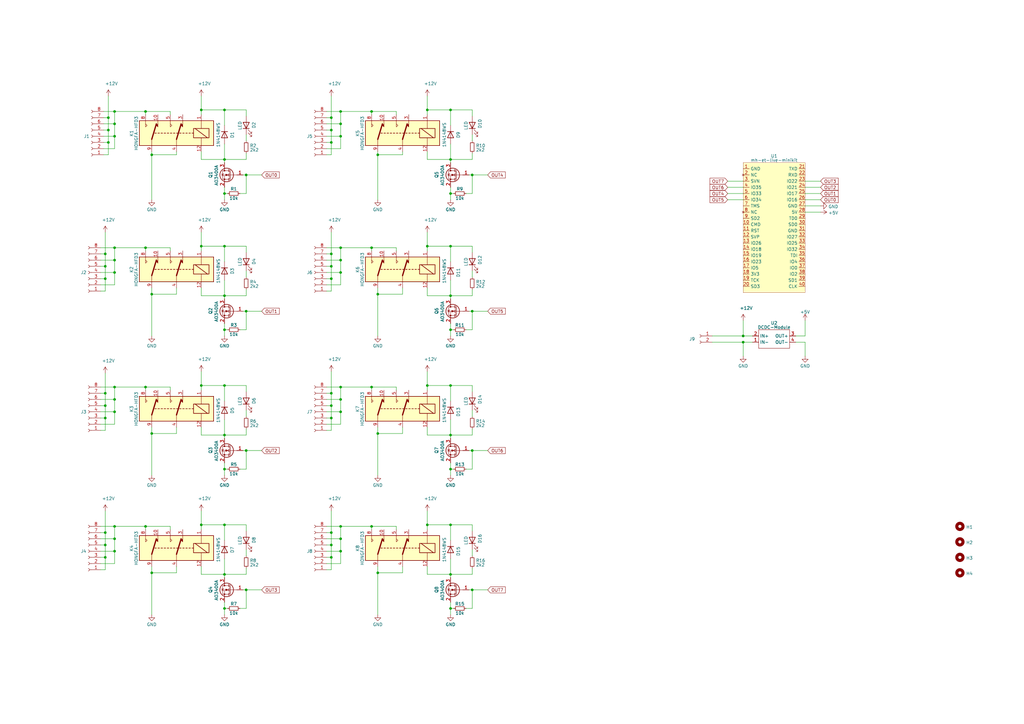
<source format=kicad_sch>
(kicad_sch (version 20220126) (generator eeschema)
  (paper "A3")
  (lib_symbols
    (symbol "Connector:Conn_01x02_Female" (pin_names (offset 1.016) hide)
      (property "Reference" "J" (at 0 2.54 0))
      (property "Value" "Conn_01x02_Female" (at 0 -5.08 0))
      (symbol "Conn_01x02_Female_1_1"
        (pin passive line (at -5.08 0 0) (length 3.81) (name "Pin_1") (number "1"))
        (pin passive line (at -5.08 -2.54 0) (length 3.81) (name "Pin_2") (number "2"))
      )
    )
    (symbol "Connector:Conn_01x08_Female" (pin_names (offset 1.016) hide)
      (property "Reference" "J" (at 0 10.16 0))
      (property "Value" "Conn_01x08_Female" (at 0 -12.7 0))
      (symbol "Conn_01x08_Female_1_1"
        (pin passive line (at -5.08 7.62 0) (length 3.81) (name "Pin_1") (number "1"))
        (pin passive line (at -5.08 5.08 0) (length 3.81) (name "Pin_2") (number "2"))
        (pin passive line (at -5.08 2.54 0) (length 3.81) (name "Pin_3") (number "3"))
        (pin passive line (at -5.08 0 0) (length 3.81) (name "Pin_4") (number "4"))
        (pin passive line (at -5.08 -2.54 0) (length 3.81) (name "Pin_5") (number "5"))
        (pin passive line (at -5.08 -5.08 0) (length 3.81) (name "Pin_6") (number "6"))
        (pin passive line (at -5.08 -7.62 0) (length 3.81) (name "Pin_7") (number "7"))
        (pin passive line (at -5.08 -10.16 0) (length 3.81) (name "Pin_8") (number "8"))
      )
    )
    (symbol "Device:LED" (pin_numbers hide) (pin_names (offset 1.016) hide)
      (property "Reference" "D" (at 0 2.54 0))
      (property "Value" "LED" (at 0 -2.54 0))
      (symbol "LED_1_1"
        (pin passive line (at -3.81 0 0) (length 2.54) (name "K") (number "1"))
        (pin passive line (at 3.81 0 180) (length 2.54) (name "A") (number "2"))
      )
    )
    (symbol "Device:R_Small" (pin_numbers hide) (pin_names (offset 0.254) hide)
      (property "Reference" "R" (at 0.762 0.508 0))
      (property "Value" "R_Small" (at 0.762 -1.016 0))
      (symbol "R_Small_1_1"
        (pin passive line (at 0 2.54 270) (length 0.762) (name "~") (number "1"))
        (pin passive line (at 0 -2.54 90) (length 0.762) (name "~") (number "2"))
      )
    )
    (symbol "Diode:1N4148WS" (pin_numbers hide) (pin_names (offset 1.016) hide)
      (property "Reference" "D" (at 0 2.54 0))
      (property "Value" "1N4148WS" (at 0 -2.54 0))
      (symbol "1N4148WS_1_1"
        (pin passive line (at -3.81 0 0) (length 2.54) (name "K") (number "1"))
        (pin passive line (at 3.81 0 180) (length 2.54) (name "A") (number "2"))
      )
    )
    (symbol "Mechanical:MountingHole" (pin_names (offset 1.016))
      (property "Reference" "H" (at 0 5.08 0))
      (property "Value" "MountingHole" (at 0 3.175 0))
    )
    (symbol "Transistor_FET:AO3400A" (pin_names hide)
      (property "Reference" "Q" (at 5.08 1.905 0))
      (property "Value" "AO3400A" (at 5.08 0 0))
      (symbol "AO3400A_1_1"
        (pin input line (at -5.08 0 0) (length 2.54) (name "G") (number "1"))
        (pin passive line (at 2.54 -5.08 90) (length 2.54) (name "S") (number "2"))
        (pin passive line (at 2.54 5.08 270) (length 2.54) (name "D") (number "3"))
      )
    )
    (symbol "bouni:DCDC-Module"
      (property "Reference" "U" (at 0 5.08 0))
      (property "Value" "DCDC-Module" (at 0 -5.08 0))
      (symbol "DCDC-Module_1_1"
        (pin power_in line (at -8.89 1.27 0) (length 2.54) (name "IN-") (number "1"))
        (pin power_in line (at -8.89 -1.27 0) (length 2.54) (name "IN+") (number "2"))
        (pin power_out line (at 8.89 -1.27 180) (length 2.54) (name "OUT+") (number "3"))
        (pin power_out line (at 8.89 1.27 180) (length 2.54) (name "OUT-") (number "4"))
      )
    )
    (symbol "bouni:HONGFA-HFD3"
      (property "Reference" "K" (at 19.05 0 90))
      (property "Value" "HONGFA-HFD3" (at 16.51 0 90))
      (symbol "HONGFA-HFD3_1_1"
        (pin passive line (at -10.16 7.62 270) (length 2.54) (name "~") (number "1"))
        (pin passive line (at 7.62 7.62 270) (length 2.54) (name "~") (number "10"))
        (pin passive line (at -10.16 -7.62 90) (length 2.54) (name "~") (number "12"))
        (pin passive line (at -2.54 7.62 270) (length 2.54) (name "~") (number "3"))
        (pin passive line (at 0 -7.62 90) (length 2.54) (name "~") (number "4"))
        (pin passive line (at 2.54 7.62 270) (length 2.54) (name "~") (number "5"))
        (pin passive line (at 12.7 7.62 270) (length 2.54) (name "~") (number "8"))
        (pin passive line (at 10.16 -7.62 90) (length 2.54) (name "~") (number "9"))
      )
    )
    (symbol "mh-et-live-minikit:mh-et-live-minikit"
      (property "Reference" "U" (at 0 27.94 0))
      (property "Value" "mh-et-live-minikit" (at 0 0 90))
      (symbol "mh-et-live-minikit_0_0"
        (pin passive line (at -12.7 24.13 0) (length 2.54) (name "GND") (number "1"))
        (pin bidirectional line (at -12.7 1.27 0) (length 2.54) (name "CMD") (number "10"))
        (pin input line (at -12.7 -1.27 0) (length 2.54) (name "RST") (number "11"))
        (pin bidirectional line (at -12.7 -3.81 0) (length 2.54) (name "SVP") (number "12"))
        (pin bidirectional line (at -12.7 -6.35 0) (length 2.54) (name "IO26") (number "13"))
        (pin bidirectional line (at -12.7 -8.89 0) (length 2.54) (name "IO18") (number "14"))
        (pin bidirectional line (at -12.7 -11.43 0) (length 2.54) (name "IO19") (number "15"))
        (pin bidirectional line (at -12.7 -13.97 0) (length 2.54) (name "IO23") (number "16"))
        (pin bidirectional line (at -12.7 -16.51 0) (length 2.54) (name "IO5") (number "17"))
        (pin power_out line (at -12.7 -19.05 0) (length 2.54) (name "3V3") (number "18"))
        (pin bidirectional line (at -12.7 -21.59 0) (length 2.54) (name "TCK") (number "19"))
        (pin no_connect line (at -12.7 21.59 0) (length 2.54) (name "NC") (number "2"))
        (pin bidirectional line (at -12.7 -24.13 0) (length 2.54) (name "SD3") (number "20"))
        (pin bidirectional line (at 12.7 24.13 180) (length 2.54) (name "TXD") (number "21"))
        (pin bidirectional line (at 12.7 21.59 180) (length 2.54) (name "RXD") (number "22"))
        (pin bidirectional line (at 12.7 19.05 180) (length 2.54) (name "IO22") (number "23"))
        (pin bidirectional line (at 12.7 16.51 180) (length 2.54) (name "IO21") (number "24"))
        (pin bidirectional line (at 12.7 13.97 180) (length 2.54) (name "IO17") (number "25"))
        (pin bidirectional line (at 12.7 11.43 180) (length 2.54) (name "IO16") (number "26"))
        (pin passive line (at 12.7 8.89 180) (length 2.54) (name "GND") (number "27"))
        (pin power_in line (at 12.7 6.35 180) (length 2.54) (name "5V") (number "28"))
        (pin bidirectional line (at 12.7 3.81 180) (length 2.54) (name "TD0") (number "29"))
        (pin bidirectional line (at -12.7 19.05 0) (length 2.54) (name "SVN") (number "3"))
        (pin bidirectional line (at 12.7 1.27 180) (length 2.54) (name "SD0") (number "30"))
        (pin passive line (at 12.7 -1.27 180) (length 2.54) (name "GND") (number "31"))
        (pin bidirectional line (at 12.7 -3.81 180) (length 2.54) (name "IO27") (number "32"))
        (pin bidirectional line (at 12.7 -6.35 180) (length 2.54) (name "IO25") (number "33"))
        (pin bidirectional line (at 12.7 -8.89 180) (length 2.54) (name "IO32") (number "34"))
        (pin bidirectional line (at 12.7 -11.43 180) (length 2.54) (name "TDI") (number "35"))
        (pin bidirectional line (at 12.7 -13.97 180) (length 2.54) (name "IO4") (number "36"))
        (pin bidirectional line (at 12.7 -16.51 180) (length 2.54) (name "IO0") (number "37"))
        (pin bidirectional line (at 12.7 -19.05 180) (length 2.54) (name "IO2") (number "38"))
        (pin bidirectional line (at 12.7 -21.59 180) (length 2.54) (name "SD1") (number "39"))
        (pin bidirectional line (at -12.7 16.51 0) (length 2.54) (name "IO35") (number "4"))
        (pin bidirectional line (at 12.7 -24.13 180) (length 2.54) (name "CLK") (number "40"))
        (pin bidirectional line (at -12.7 13.97 0) (length 2.54) (name "IO33") (number "5"))
        (pin bidirectional line (at -12.7 11.43 0) (length 2.54) (name "IO34") (number "6"))
        (pin bidirectional line (at -12.7 8.89 0) (length 2.54) (name "TMS") (number "7"))
        (pin no_connect line (at -12.7 6.35 0) (length 2.54) (name "NC") (number "8"))
        (pin bidirectional line (at -12.7 3.81 0) (length 2.54) (name "SD2") (number "9"))
      )
    )
    (symbol "power:+12V" (power) (pin_names (offset 0))
      (property "Value" "+12V" (at 0 3.556 0))
      (symbol "+12V_1_1"
        (pin power_in line (at 0 0 90) (length 0) hide (name "+12V") (number "1"))
      )
    )
    (symbol "power:+5V" (power) (pin_names (offset 0))
      (property "Value" "+5V" (at 0 3.556 0))
      (symbol "+5V_1_1"
        (pin power_in line (at 0 0 90) (length 0) hide (name "+5V") (number "1"))
      )
    )
    (symbol "power:GND" (power) (pin_names (offset 0))
      (property "Value" "GND" (at 0 -3.81 0))
      (symbol "GND_1_1"
        (pin power_in line (at 0 0 270) (length 0) hide (name "GND") (number "1"))
      )
    )
  )
  (junction (at 193.675 184.785))
  (junction (at 135.89 228.6) (diameter 0.9144))
  (junction (at 193.675 241.935))
  (junction (at 62.23 63.5))
  (junction (at 62.23 120.65))
  (junction (at 184.785 249.555))
  (junction (at 82.55 158.115))
  (junction (at 44.45 53.34) (diameter 0.9144))
  (junction (at 184.785 79.375))
  (junction (at 154.94 63.5))
  (junction (at 135.89 223.52) (diameter 0.9144))
  (junction (at 46.99 215.9))
  (junction (at 100.965 127.635))
  (junction (at 92.075 135.255))
  (junction (at 59.69 215.9))
  (junction (at 46.99 101.6))
  (junction (at 82.55 45.085))
  (junction (at 175.26 158.115))
  (junction (at 43.18 114.3) (diameter 0.9144))
  (junction (at 100.965 71.755))
  (junction (at 43.18 223.52) (diameter 0.9144))
  (junction (at 139.7 226.06))
  (junction (at 92.075 100.965))
  (junction (at 139.7 215.9))
  (junction (at 43.18 218.44))
  (junction (at 184.785 65.405))
  (junction (at 175.26 100.965))
  (junction (at 135.89 218.44))
  (junction (at 175.26 45.085))
  (junction (at 184.785 215.265))
  (junction (at 43.18 228.6) (diameter 0.9144))
  (junction (at 152.4 215.9))
  (junction (at 46.99 163.83))
  (junction (at 184.785 100.965))
  (junction (at 139.7 163.83))
  (junction (at 46.99 106.68))
  (junction (at 46.99 168.91))
  (junction (at 135.89 58.42) (diameter 0.9144))
  (junction (at 46.99 55.88))
  (junction (at 100.965 184.785))
  (junction (at 46.99 45.72))
  (junction (at 154.94 234.95))
  (junction (at 135.89 114.3) (diameter 0.9144))
  (junction (at 43.18 171.45) (diameter 0.9144))
  (junction (at 46.99 158.75))
  (junction (at 44.45 58.42) (diameter 0.9144))
  (junction (at 304.8 137.795))
  (junction (at 152.4 158.75))
  (junction (at 43.18 161.29))
  (junction (at 193.675 127.635))
  (junction (at 152.4 45.72))
  (junction (at 152.4 101.6))
  (junction (at 139.7 158.75))
  (junction (at 184.785 235.585))
  (junction (at 92.075 65.405))
  (junction (at 100.965 241.935))
  (junction (at 184.785 192.405))
  (junction (at 43.18 166.37) (diameter 0.9144))
  (junction (at 92.075 235.585))
  (junction (at 82.55 100.965))
  (junction (at 139.7 106.68))
  (junction (at 46.99 226.06))
  (junction (at 82.55 215.265))
  (junction (at 304.8 140.335))
  (junction (at 135.89 161.29))
  (junction (at 46.99 50.8))
  (junction (at 184.785 135.255))
  (junction (at 175.26 215.265))
  (junction (at 154.94 120.65))
  (junction (at 139.7 101.6))
  (junction (at 184.785 45.085))
  (junction (at 135.89 53.34) (diameter 0.9144))
  (junction (at 43.18 104.14))
  (junction (at 92.075 178.435))
  (junction (at 43.18 109.22) (diameter 0.9144))
  (junction (at 135.89 48.26))
  (junction (at 92.075 192.405))
  (junction (at 46.99 111.76))
  (junction (at 139.7 45.72))
  (junction (at 92.075 158.115))
  (junction (at 92.075 79.375))
  (junction (at 92.075 215.265))
  (junction (at 193.675 71.755))
  (junction (at 154.94 177.8))
  (junction (at 184.785 121.285))
  (junction (at 135.89 109.22) (diameter 0.9144))
  (junction (at 135.89 104.14))
  (junction (at 59.69 158.75))
  (junction (at 59.69 45.72))
  (junction (at 135.89 171.45) (diameter 0.9144))
  (junction (at 139.7 50.8))
  (junction (at 139.7 220.98))
  (junction (at 59.69 101.6))
  (junction (at 135.89 166.37) (diameter 0.9144))
  (junction (at 92.075 249.555))
  (junction (at 62.23 177.8))
  (junction (at 92.075 45.085))
  (junction (at 92.075 121.285))
  (junction (at 139.7 55.88))
  (junction (at 46.99 220.98))
  (junction (at 184.785 158.115))
  (junction (at 44.45 48.26) (diameter 0.9144))
  (junction (at 139.7 168.91))
  (junction (at 62.23 234.95))
  (junction (at 184.785 178.435))
  (junction (at 139.7 111.76))
  (wire (pts (xy 175.26 232.41) (xy 175.26 235.585)))
  (wire (pts (xy 41.275 101.6) (xy 46.99 101.6)))
  (wire (pts (xy 154.94 234.95) (xy 154.94 252.095)))
  (wire (pts (xy 92.075 189.865) (xy 92.075 192.405)))
  (wire (pts (xy 82.55 235.585) (xy 92.075 235.585)))
  (wire (pts (xy 82.55 95.25) (xy 82.55 100.965)))
  (wire (pts (xy 92.075 135.255) (xy 93.345 135.255)))
  (wire (pts (xy 152.4 45.72) (xy 152.4 46.99)))
  (wire (pts (xy 100.965 184.785) (xy 100.965 192.405)))
  (wire (pts (xy 298.45 81.915) (xy 304.8 81.915)))
  (wire (pts (xy 330.2 74.295) (xy 336.55 74.295)))
  (wire (pts (xy 100.965 249.555) (xy 98.425 249.555)))
  (wire (pts (xy 135.89 223.52) (xy 133.985 223.52)))
  (wire (pts (xy 92.075 51.435) (xy 92.075 45.085)))
  (wire (pts (xy 82.55 232.41) (xy 82.55 235.585)))
  (wire (pts (xy 192.405 71.755) (xy 193.675 71.755)))
  (wire (pts (xy 100.965 62.865) (xy 100.965 65.405)))
  (wire (pts (xy 46.99 158.75) (xy 59.69 158.75)))
  (wire (pts (xy 43.18 166.37) (xy 41.275 166.37)))
  (wire (pts (xy 192.405 184.785) (xy 193.675 184.785)))
  (wire (pts (xy 100.965 79.375) (xy 98.425 79.375)))
  (wire (pts (xy 43.18 171.45) (xy 43.18 166.37)))
  (wire (pts (xy 82.55 45.085) (xy 82.55 46.99)))
  (wire (pts (xy 92.075 45.085) (xy 82.55 45.085)))
  (wire (pts (xy 82.55 121.285) (xy 92.075 121.285)))
  (wire (pts (xy 139.7 226.06) (xy 139.7 231.14)))
  (wire (pts (xy 133.985 116.84) (xy 139.7 116.84)))
  (wire (pts (xy 46.99 163.83) (xy 46.99 168.91)))
  (wire (pts (xy 133.985 226.06) (xy 139.7 226.06)))
  (wire (pts (xy 100.965 184.785) (xy 107.315 184.785)))
  (wire (pts (xy 193.675 45.085) (xy 184.785 45.085)))
  (wire (pts (xy 184.785 100.965) (xy 175.26 100.965)))
  (wire (pts (xy 62.23 63.5) (xy 72.39 63.5)))
  (wire (pts (xy 175.26 121.285) (xy 184.785 121.285)))
  (wire (pts (xy 184.785 247.015) (xy 184.785 249.555)))
  (wire (pts (xy 44.45 53.34) (xy 44.45 48.26)))
  (wire (pts (xy 175.26 65.405) (xy 184.785 65.405)))
  (wire (pts (xy 184.785 229.235) (xy 184.785 235.585)))
  (wire (pts (xy 184.785 221.615) (xy 184.785 215.265)))
  (wire (pts (xy 46.99 101.6) (xy 46.99 106.68)))
  (wire (pts (xy 135.89 223.52) (xy 135.89 218.44)))
  (wire (pts (xy 92.075 215.265) (xy 82.55 215.265)))
  (wire (pts (xy 192.405 241.935) (xy 193.675 241.935)))
  (wire (pts (xy 154.94 120.65) (xy 165.1 120.65)))
  (wire (pts (xy 193.675 47.625) (xy 193.675 45.085)))
  (wire (pts (xy 162.56 215.9) (xy 162.56 217.17)))
  (wire (pts (xy 139.7 50.8) (xy 139.7 55.88)))
  (wire (pts (xy 41.275 231.14) (xy 46.99 231.14)))
  (wire (pts (xy 139.7 215.9) (xy 139.7 220.98)))
  (wire (pts (xy 193.675 127.635) (xy 200.025 127.635)))
  (wire (pts (xy 100.965 192.405) (xy 98.425 192.405)))
  (wire (pts (xy 59.69 215.9) (xy 59.69 217.17)))
  (wire (pts (xy 165.1 234.95) (xy 165.1 232.41)))
  (wire (pts (xy 135.89 53.34) (xy 133.985 53.34)))
  (wire (pts (xy 59.69 101.6) (xy 59.69 102.87)))
  (wire (pts (xy 184.785 107.315) (xy 184.785 100.965)))
  (wire (pts (xy 135.89 161.29) (xy 133.985 161.29)))
  (wire (pts (xy 100.965 217.805) (xy 100.965 215.265)))
  (wire (pts (xy 193.675 71.755) (xy 200.025 71.755)))
  (wire (pts (xy 165.1 177.8) (xy 165.1 175.26)))
  (wire (pts (xy 59.69 101.6) (xy 69.85 101.6)))
  (wire (pts (xy 133.985 60.96) (xy 139.7 60.96)))
  (wire (pts (xy 100.965 47.625) (xy 100.965 45.085)))
  (wire (pts (xy 42.545 63.5) (xy 44.45 63.5)))
  (wire (pts (xy 43.18 95.25) (xy 43.18 104.14)))
  (wire (pts (xy 46.99 45.72) (xy 59.69 45.72)))
  (wire (pts (xy 184.785 215.265) (xy 175.26 215.265)))
  (wire (pts (xy 100.965 225.425) (xy 100.965 227.965)))
  (wire (pts (xy 135.89 58.42) (xy 133.985 58.42)))
  (wire (pts (xy 100.965 65.405) (xy 92.075 65.405)))
  (wire (pts (xy 152.4 158.75) (xy 162.56 158.75)))
  (wire (pts (xy 154.94 177.8) (xy 154.94 194.945)))
  (wire (pts (xy 92.075 137.795) (xy 92.075 135.255)))
  (wire (pts (xy 330.2 131.445) (xy 330.2 137.795)))
  (wire (pts (xy 41.275 111.76) (xy 46.99 111.76)))
  (wire (pts (xy 135.89 228.6) (xy 133.985 228.6)))
  (wire (pts (xy 72.39 175.26) (xy 72.39 177.8)))
  (wire (pts (xy 92.075 121.285) (xy 92.075 122.555)))
  (wire (pts (xy 154.94 118.11) (xy 154.94 120.65)))
  (wire (pts (xy 59.69 158.75) (xy 69.85 158.75)))
  (wire (pts (xy 92.075 252.095) (xy 92.075 249.555)))
  (wire (pts (xy 41.275 116.84) (xy 46.99 116.84)))
  (wire (pts (xy 43.18 161.29) (xy 41.275 161.29)))
  (wire (pts (xy 41.275 173.99) (xy 46.99 173.99)))
  (wire (pts (xy 44.45 39.37) (xy 44.45 48.26)))
  (wire (pts (xy 42.545 60.96) (xy 46.99 60.96)))
  (wire (pts (xy 308.61 137.795) (xy 304.8 137.795)))
  (wire (pts (xy 72.39 234.95) (xy 72.39 232.41)))
  (wire (pts (xy 133.985 176.53) (xy 135.89 176.53)))
  (wire (pts (xy 135.89 58.42) (xy 135.89 53.34)))
  (wire (pts (xy 43.18 176.53) (xy 43.18 171.45)))
  (wire (pts (xy 100.965 71.755) (xy 107.315 71.755)))
  (wire (pts (xy 175.26 95.25) (xy 175.26 100.965)))
  (wire (pts (xy 193.675 217.805) (xy 193.675 215.265)))
  (wire (pts (xy 59.69 158.75) (xy 59.69 160.02)))
  (wire (pts (xy 92.075 192.405) (xy 93.345 192.405)))
  (wire (pts (xy 154.94 62.23) (xy 154.94 63.5)))
  (wire (pts (xy 62.23 177.8) (xy 62.23 194.945)))
  (wire (pts (xy 184.785 45.085) (xy 175.26 45.085)))
  (wire (pts (xy 330.2 76.835) (xy 336.55 76.835)))
  (wire (pts (xy 99.695 71.755) (xy 100.965 71.755)))
  (wire (pts (xy 41.275 215.9) (xy 46.99 215.9)))
  (wire (pts (xy 100.965 241.935) (xy 107.315 241.935)))
  (wire (pts (xy 46.99 101.6) (xy 59.69 101.6)))
  (wire (pts (xy 308.61 140.335) (xy 304.8 140.335)))
  (wire (pts (xy 41.275 220.98) (xy 46.99 220.98)))
  (wire (pts (xy 41.275 233.68) (xy 43.18 233.68)))
  (wire (pts (xy 133.985 220.98) (xy 139.7 220.98)))
  (wire (pts (xy 135.89 166.37) (xy 135.89 161.29)))
  (wire (pts (xy 193.675 175.895) (xy 193.675 178.435)))
  (wire (pts (xy 100.965 111.125) (xy 100.965 113.665)))
  (wire (pts (xy 100.965 121.285) (xy 92.075 121.285)))
  (wire (pts (xy 46.99 55.88) (xy 46.99 60.96)))
  (wire (pts (xy 135.89 53.34) (xy 135.89 48.26)))
  (wire (pts (xy 175.26 62.23) (xy 175.26 65.405)))
  (wire (pts (xy 82.55 209.55) (xy 82.55 215.265)))
  (wire (pts (xy 133.985 231.14) (xy 139.7 231.14)))
  (wire (pts (xy 135.89 114.3) (xy 135.89 109.22)))
  (wire (pts (xy 175.26 178.435) (xy 184.785 178.435)))
  (wire (pts (xy 92.075 79.375) (xy 93.345 79.375)))
  (wire (pts (xy 175.26 158.115) (xy 175.26 160.02)))
  (wire (pts (xy 92.075 164.465) (xy 92.075 158.115)))
  (wire (pts (xy 41.275 163.83) (xy 46.99 163.83)))
  (wire (pts (xy 100.965 135.255) (xy 98.425 135.255)))
  (wire (pts (xy 193.675 249.555) (xy 191.135 249.555)))
  (wire (pts (xy 193.675 118.745) (xy 193.675 121.285)))
  (wire (pts (xy 133.985 233.68) (xy 135.89 233.68)))
  (wire (pts (xy 135.89 166.37) (xy 133.985 166.37)))
  (wire (pts (xy 135.89 63.5) (xy 135.89 58.42)))
  (wire (pts (xy 133.985 106.68) (xy 139.7 106.68)))
  (wire (pts (xy 193.675 62.865) (xy 193.675 65.405)))
  (wire (pts (xy 135.89 119.38) (xy 135.89 114.3)))
  (wire (pts (xy 139.7 106.68) (xy 139.7 111.76)))
  (wire (pts (xy 92.075 249.555) (xy 93.345 249.555)))
  (wire (pts (xy 193.675 135.255) (xy 191.135 135.255)))
  (wire (pts (xy 46.99 226.06) (xy 46.99 231.14)))
  (wire (pts (xy 62.23 120.65) (xy 62.23 137.795)))
  (wire (pts (xy 92.075 114.935) (xy 92.075 121.285)))
  (wire (pts (xy 193.675 71.755) (xy 193.675 79.375)))
  (wire (pts (xy 184.785 252.095) (xy 184.785 249.555)))
  (wire (pts (xy 193.675 100.965) (xy 184.785 100.965)))
  (wire (pts (xy 135.89 39.37) (xy 135.89 48.26)))
  (wire (pts (xy 154.94 234.95) (xy 165.1 234.95)))
  (wire (pts (xy 193.675 55.245) (xy 193.675 57.785)))
  (wire (pts (xy 43.18 223.52) (xy 43.18 218.44)))
  (wire (pts (xy 100.965 175.895) (xy 100.965 178.435)))
  (wire (pts (xy 59.69 45.72) (xy 59.69 46.99)))
  (wire (pts (xy 135.89 171.45) (xy 133.985 171.45)))
  (wire (pts (xy 184.785 135.255) (xy 186.055 135.255)))
  (wire (pts (xy 43.18 209.55) (xy 43.18 218.44)))
  (wire (pts (xy 100.965 127.635) (xy 100.965 135.255)))
  (wire (pts (xy 184.785 132.715) (xy 184.785 135.255)))
  (wire (pts (xy 133.985 168.91) (xy 139.7 168.91)))
  (wire (pts (xy 133.985 215.9) (xy 139.7 215.9)))
  (wire (pts (xy 41.275 168.91) (xy 46.99 168.91)))
  (wire (pts (xy 184.785 59.055) (xy 184.785 65.405)))
  (wire (pts (xy 92.075 132.715) (xy 92.075 135.255)))
  (wire (pts (xy 184.785 121.285) (xy 184.785 122.555)))
  (wire (pts (xy 165.1 63.5) (xy 165.1 62.23)))
  (wire (pts (xy 133.985 101.6) (xy 139.7 101.6)))
  (wire (pts (xy 46.99 168.91) (xy 46.99 173.99)))
  (wire (pts (xy 44.45 63.5) (xy 44.45 58.42)))
  (wire (pts (xy 154.94 120.65) (xy 154.94 137.795)))
  (wire (pts (xy 42.545 45.72) (xy 46.99 45.72)))
  (wire (pts (xy 298.45 79.375) (xy 304.8 79.375)))
  (wire (pts (xy 135.89 209.55) (xy 135.89 218.44)))
  (wire (pts (xy 82.55 100.965) (xy 82.55 102.87)))
  (wire (pts (xy 162.56 101.6) (xy 162.56 102.87)))
  (wire (pts (xy 72.39 63.5) (xy 72.39 62.23)))
  (wire (pts (xy 100.965 160.655) (xy 100.965 158.115)))
  (wire (pts (xy 92.075 76.835) (xy 92.075 79.375)))
  (wire (pts (xy 41.275 226.06) (xy 46.99 226.06)))
  (wire (pts (xy 62.23 63.5) (xy 62.23 81.915)))
  (wire (pts (xy 62.23 177.8) (xy 72.39 177.8)))
  (wire (pts (xy 139.7 101.6) (xy 139.7 106.68)))
  (wire (pts (xy 92.075 107.315) (xy 92.075 100.965)))
  (wire (pts (xy 193.675 160.655) (xy 193.675 158.115)))
  (wire (pts (xy 62.23 232.41) (xy 62.23 234.95)))
  (wire (pts (xy 135.89 233.68) (xy 135.89 228.6)))
  (wire (pts (xy 135.89 95.25) (xy 135.89 104.14)))
  (wire (pts (xy 43.18 228.6) (xy 43.18 223.52)))
  (wire (pts (xy 41.275 106.68) (xy 46.99 106.68)))
  (wire (pts (xy 46.99 45.72) (xy 46.99 50.8)))
  (wire (pts (xy 41.275 176.53) (xy 43.18 176.53)))
  (wire (pts (xy 139.7 45.72) (xy 139.7 50.8)))
  (wire (pts (xy 304.8 140.335) (xy 304.8 146.05)))
  (wire (pts (xy 46.99 111.76) (xy 46.99 116.84)))
  (wire (pts (xy 165.1 120.65) (xy 165.1 118.11)))
  (wire (pts (xy 135.89 114.3) (xy 133.985 114.3)))
  (wire (pts (xy 193.675 127.635) (xy 193.675 135.255)))
  (wire (pts (xy 193.675 235.585) (xy 184.785 235.585)))
  (wire (pts (xy 59.69 215.9) (xy 69.85 215.9)))
  (wire (pts (xy 99.695 127.635) (xy 100.965 127.635)))
  (wire (pts (xy 42.545 55.88) (xy 46.99 55.88)))
  (wire (pts (xy 193.675 103.505) (xy 193.675 100.965)))
  (wire (pts (xy 62.23 118.11) (xy 62.23 120.65)))
  (wire (pts (xy 43.18 119.38) (xy 43.18 114.3)))
  (wire (pts (xy 326.39 137.795) (xy 330.2 137.795)))
  (wire (pts (xy 330.2 86.995) (xy 336.55 86.995)))
  (wire (pts (xy 193.675 241.935) (xy 200.025 241.935)))
  (wire (pts (xy 326.39 140.335) (xy 330.2 140.335)))
  (wire (pts (xy 62.23 62.23) (xy 62.23 63.5)))
  (wire (pts (xy 46.99 50.8) (xy 46.99 55.88)))
  (wire (pts (xy 46.99 215.9) (xy 46.99 220.98)))
  (wire (pts (xy 41.275 119.38) (xy 43.18 119.38)))
  (wire (pts (xy 43.18 114.3) (xy 43.18 109.22)))
  (wire (pts (xy 139.7 158.75) (xy 152.4 158.75)))
  (wire (pts (xy 175.26 39.37) (xy 175.26 45.085)))
  (wire (pts (xy 162.56 45.72) (xy 162.56 46.99)))
  (wire (pts (xy 62.23 175.26) (xy 62.23 177.8)))
  (wire (pts (xy 162.56 158.75) (xy 162.56 160.02)))
  (wire (pts (xy 62.23 234.95) (xy 62.23 252.095)))
  (wire (pts (xy 184.785 114.935) (xy 184.785 121.285)))
  (wire (pts (xy 43.18 114.3) (xy 41.275 114.3)))
  (wire (pts (xy 133.985 158.75) (xy 139.7 158.75)))
  (wire (pts (xy 192.405 127.635) (xy 193.675 127.635)))
  (wire (pts (xy 154.94 232.41) (xy 154.94 234.95)))
  (wire (pts (xy 135.89 228.6) (xy 135.89 223.52)))
  (wire (pts (xy 133.985 173.99) (xy 139.7 173.99)))
  (wire (pts (xy 175.26 118.11) (xy 175.26 121.285)))
  (wire (pts (xy 92.075 172.085) (xy 92.075 178.435)))
  (wire (pts (xy 330.2 140.335) (xy 330.2 146.05)))
  (wire (pts (xy 133.985 163.83) (xy 139.7 163.83)))
  (wire (pts (xy 152.4 101.6) (xy 162.56 101.6)))
  (wire (pts (xy 44.45 48.26) (xy 42.545 48.26)))
  (wire (pts (xy 154.94 175.26) (xy 154.94 177.8)))
  (wire (pts (xy 100.965 215.265) (xy 92.075 215.265)))
  (wire (pts (xy 92.075 81.915) (xy 92.075 79.375)))
  (wire (pts (xy 184.785 51.435) (xy 184.785 45.085)))
  (wire (pts (xy 330.2 79.375) (xy 336.55 79.375)))
  (wire (pts (xy 184.785 249.555) (xy 186.055 249.555)))
  (wire (pts (xy 82.55 152.4) (xy 82.55 158.115)))
  (wire (pts (xy 133.985 55.88) (xy 139.7 55.88)))
  (wire (pts (xy 82.55 62.23) (xy 82.55 65.405)))
  (wire (pts (xy 43.18 218.44) (xy 41.275 218.44)))
  (wire (pts (xy 46.99 158.75) (xy 46.99 163.83)))
  (wire (pts (xy 193.675 178.435) (xy 184.785 178.435)))
  (wire (pts (xy 82.55 215.265) (xy 82.55 217.17)))
  (wire (pts (xy 82.55 175.26) (xy 82.55 178.435)))
  (wire (pts (xy 330.2 84.455) (xy 336.55 84.455)))
  (wire (pts (xy 184.785 235.585) (xy 184.785 236.855)))
  (wire (pts (xy 175.26 235.585) (xy 184.785 235.585)))
  (wire (pts (xy 43.18 228.6) (xy 41.275 228.6)))
  (wire (pts (xy 135.89 171.45) (xy 135.89 166.37)))
  (wire (pts (xy 193.675 168.275) (xy 193.675 170.815)))
  (wire (pts (xy 292.1 140.335) (xy 304.8 140.335)))
  (wire (pts (xy 46.99 106.68) (xy 46.99 111.76)))
  (wire (pts (xy 193.675 225.425) (xy 193.675 227.965)))
  (wire (pts (xy 193.675 111.125) (xy 193.675 113.665)))
  (wire (pts (xy 193.675 184.785) (xy 200.025 184.785)))
  (wire (pts (xy 69.85 158.75) (xy 69.85 160.02)))
  (wire (pts (xy 175.26 45.085) (xy 175.26 46.99)))
  (wire (pts (xy 152.4 158.75) (xy 152.4 160.02)))
  (wire (pts (xy 62.23 234.95) (xy 72.39 234.95)))
  (wire (pts (xy 193.675 79.375) (xy 191.135 79.375)))
  (wire (pts (xy 139.7 173.99) (xy 139.7 168.91)))
  (wire (pts (xy 82.55 158.115) (xy 82.55 160.02)))
  (wire (pts (xy 43.18 223.52) (xy 41.275 223.52)))
  (wire (pts (xy 184.785 76.835) (xy 184.785 79.375)))
  (wire (pts (xy 100.965 118.745) (xy 100.965 121.285)))
  (wire (pts (xy 100.965 158.115) (xy 92.075 158.115)))
  (wire (pts (xy 135.89 218.44) (xy 133.985 218.44)))
  (wire (pts (xy 44.45 58.42) (xy 42.545 58.42)))
  (wire (pts (xy 135.89 176.53) (xy 135.89 171.45)))
  (wire (pts (xy 193.675 184.785) (xy 193.675 192.405)))
  (wire (pts (xy 100.965 178.435) (xy 92.075 178.435)))
  (wire (pts (xy 175.26 175.26) (xy 175.26 178.435)))
  (wire (pts (xy 175.26 209.55) (xy 175.26 215.265)))
  (wire (pts (xy 92.075 229.235) (xy 92.075 235.585)))
  (wire (pts (xy 184.785 79.375) (xy 186.055 79.375)))
  (wire (pts (xy 152.4 45.72) (xy 162.56 45.72)))
  (wire (pts (xy 193.675 192.405) (xy 191.135 192.405)))
  (wire (pts (xy 135.89 152.4) (xy 135.89 161.29)))
  (wire (pts (xy 69.85 45.72) (xy 69.85 46.99)))
  (wire (pts (xy 175.26 215.265) (xy 175.26 217.17)))
  (wire (pts (xy 139.7 45.72) (xy 152.4 45.72)))
  (wire (pts (xy 152.4 215.9) (xy 162.56 215.9)))
  (wire (pts (xy 139.7 111.76) (xy 139.7 116.84)))
  (wire (pts (xy 92.075 221.615) (xy 92.075 215.265)))
  (wire (pts (xy 100.965 127.635) (xy 107.315 127.635)))
  (wire (pts (xy 193.675 121.285) (xy 184.785 121.285)))
  (wire (pts (xy 139.7 55.88) (xy 139.7 60.96)))
  (wire (pts (xy 304.8 131.445) (xy 304.8 137.795)))
  (wire (pts (xy 100.965 55.245) (xy 100.965 57.785)))
  (wire (pts (xy 184.785 81.915) (xy 184.785 79.375)))
  (wire (pts (xy 184.785 178.435) (xy 184.785 179.705)))
  (wire (pts (xy 292.1 137.795) (xy 304.8 137.795)))
  (wire (pts (xy 184.785 137.795) (xy 184.785 135.255)))
  (wire (pts (xy 92.075 235.585) (xy 92.075 236.855)))
  (wire (pts (xy 43.18 104.14) (xy 41.275 104.14)))
  (wire (pts (xy 43.18 109.22) (xy 43.18 104.14)))
  (wire (pts (xy 193.675 233.045) (xy 193.675 235.585)))
  (wire (pts (xy 92.075 178.435) (xy 92.075 179.705)))
  (wire (pts (xy 82.55 178.435) (xy 92.075 178.435)))
  (wire (pts (xy 193.675 158.115) (xy 184.785 158.115)))
  (wire (pts (xy 72.39 120.65) (xy 72.39 118.11)))
  (wire (pts (xy 135.89 48.26) (xy 133.985 48.26)))
  (wire (pts (xy 139.7 168.91) (xy 139.7 163.83)))
  (wire (pts (xy 193.675 241.935) (xy 193.675 249.555)))
  (wire (pts (xy 152.4 215.9) (xy 152.4 217.17)))
  (wire (pts (xy 62.23 120.65) (xy 72.39 120.65)))
  (wire (pts (xy 184.785 65.405) (xy 184.785 66.675)))
  (wire (pts (xy 100.965 103.505) (xy 100.965 100.965)))
  (wire (pts (xy 69.85 215.9) (xy 69.85 217.17)))
  (wire (pts (xy 154.94 177.8) (xy 165.1 177.8)))
  (wire (pts (xy 135.89 104.14) (xy 133.985 104.14)))
  (wire (pts (xy 82.55 39.37) (xy 82.55 45.085)))
  (wire (pts (xy 100.965 233.045) (xy 100.965 235.585)))
  (wire (pts (xy 154.94 63.5) (xy 165.1 63.5)))
  (wire (pts (xy 330.2 81.915) (xy 336.55 81.915)))
  (wire (pts (xy 184.785 189.865) (xy 184.785 192.405)))
  (wire (pts (xy 92.075 65.405) (xy 92.075 66.675)))
  (wire (pts (xy 99.695 184.785) (xy 100.965 184.785)))
  (wire (pts (xy 133.985 119.38) (xy 135.89 119.38)))
  (wire (pts (xy 298.45 76.835) (xy 304.8 76.835)))
  (wire (pts (xy 92.075 194.945) (xy 92.075 192.405)))
  (wire (pts (xy 133.985 63.5) (xy 135.89 63.5)))
  (wire (pts (xy 100.965 235.585) (xy 92.075 235.585)))
  (wire (pts (xy 139.7 215.9) (xy 152.4 215.9)))
  (wire (pts (xy 92.075 59.055) (xy 92.075 65.405)))
  (wire (pts (xy 135.89 109.22) (xy 133.985 109.22)))
  (wire (pts (xy 139.7 101.6) (xy 152.4 101.6)))
  (wire (pts (xy 82.55 65.405) (xy 92.075 65.405)))
  (wire (pts (xy 184.785 158.115) (xy 175.26 158.115)))
  (wire (pts (xy 92.075 158.115) (xy 82.55 158.115)))
  (wire (pts (xy 298.45 74.295) (xy 304.8 74.295)))
  (wire (pts (xy 175.26 100.965) (xy 175.26 102.87)))
  (wire (pts (xy 69.85 101.6) (xy 69.85 102.87)))
  (wire (pts (xy 43.18 171.45) (xy 41.275 171.45)))
  (wire (pts (xy 133.985 111.76) (xy 139.7 111.76)))
  (wire (pts (xy 44.45 58.42) (xy 44.45 53.34)))
  (wire (pts (xy 42.545 50.8) (xy 46.99 50.8)))
  (wire (pts (xy 46.99 215.9) (xy 59.69 215.9)))
  (wire (pts (xy 82.55 118.11) (xy 82.55 121.285)))
  (wire (pts (xy 59.69 45.72) (xy 69.85 45.72)))
  (wire (pts (xy 184.785 192.405) (xy 186.055 192.405)))
  (wire (pts (xy 133.985 45.72) (xy 139.7 45.72)))
  (wire (pts (xy 43.18 109.22) (xy 41.275 109.22)))
  (wire (pts (xy 43.18 233.68) (xy 43.18 228.6)))
  (wire (pts (xy 184.785 164.465) (xy 184.785 158.115)))
  (wire (pts (xy 193.675 65.405) (xy 184.785 65.405)))
  (wire (pts (xy 44.45 53.34) (xy 42.545 53.34)))
  (wire (pts (xy 99.695 241.935) (xy 100.965 241.935)))
  (wire (pts (xy 184.785 194.945) (xy 184.785 192.405)))
  (wire (pts (xy 133.985 50.8) (xy 139.7 50.8)))
  (wire (pts (xy 152.4 101.6) (xy 152.4 102.87)))
  (wire (pts (xy 100.965 71.755) (xy 100.965 79.375)))
  (wire (pts (xy 100.965 241.935) (xy 100.965 249.555)))
  (wire (pts (xy 43.18 153.035) (xy 43.18 161.29)))
  (wire (pts (xy 43.18 161.29) (xy 43.18 166.37)))
  (wire (pts (xy 100.965 168.275) (xy 100.965 170.815)))
  (wire (pts (xy 92.075 100.965) (xy 82.55 100.965)))
  (wire (pts (xy 100.965 45.085) (xy 92.075 45.085)))
  (wire (pts (xy 154.94 63.5) (xy 154.94 81.915)))
  (wire (pts (xy 193.675 215.265) (xy 184.785 215.265)))
  (wire (pts (xy 41.275 158.75) (xy 46.99 158.75)))
  (wire (pts (xy 139.7 163.83) (xy 139.7 158.75)))
  (wire (pts (xy 139.7 220.98) (xy 139.7 226.06)))
  (wire (pts (xy 100.965 100.965) (xy 92.075 100.965)))
  (wire (pts (xy 135.89 109.22) (xy 135.89 104.14)))
  (wire (pts (xy 92.075 247.015) (xy 92.075 249.555)))
  (wire (pts (xy 184.785 172.085) (xy 184.785 178.435)))
  (wire (pts (xy 175.26 152.4) (xy 175.26 158.115)))
  (wire (pts (xy 46.99 220.98) (xy 46.99 226.06)))
  (global_label "OUT7" (shape input) (at 200.025 241.935 0) (property "Intersheet References" "${INTERSHEET_REFS}" (effects hide)))
  (global_label "OUT4" (shape input) (at 298.45 79.375 180) (property "Intersheet References" "${INTERSHEET_REFS}" (effects hide)))
  (global_label "OUT0" (shape input) (at 107.315 71.755 0) (property "Intersheet References" "${INTERSHEET_REFS}" (effects hide)))
  (global_label "OUT6" (shape input) (at 200.025 184.785 0) (property "Intersheet References" "${INTERSHEET_REFS}" (effects hide)))
  (global_label "OUT5" (shape input) (at 200.025 127.635 0) (property "Intersheet References" "${INTERSHEET_REFS}" (effects hide)))
  (global_label "OUT4" (shape input) (at 200.025 71.755 0) (property "Intersheet References" "${INTERSHEET_REFS}" (effects hide)))
  (global_label "OUT5" (shape input) (at 298.45 81.915 180) (property "Intersheet References" "${INTERSHEET_REFS}" (effects hide)))
  (global_label "OUT2" (shape input) (at 336.55 76.835 0) (property "Intersheet References" "${INTERSHEET_REFS}" (effects hide)))
  (global_label "OUT3" (shape input) (at 336.55 74.295 0) (property "Intersheet References" "${INTERSHEET_REFS}" (effects hide)))
  (global_label "OUT1" (shape input) (at 336.55 79.375 0) (property "Intersheet References" "${INTERSHEET_REFS}" (effects hide)))
  (global_label "OUT7" (shape input) (at 298.45 74.295 180) (property "Intersheet References" "${INTERSHEET_REFS}" (effects hide)))
  (global_label "OUT1" (shape input) (at 107.315 127.635 0) (property "Intersheet References" "${INTERSHEET_REFS}" (effects hide)))
  (global_label "OUT0" (shape input) (at 336.55 81.915 0) (property "Intersheet References" "${INTERSHEET_REFS}" (effects hide)))
  (global_label "OUT6" (shape input) (at 298.45 76.835 180) (property "Intersheet References" "${INTERSHEET_REFS}" (effects hide)))
  (global_label "OUT2" (shape input) (at 107.315 184.785 0) (property "Intersheet References" "${INTERSHEET_REFS}" (effects hide)))
  (global_label "OUT3" (shape input) (at 107.315 241.935 0) (property "Intersheet References" "${INTERSHEET_REFS}" (effects hide)))
  (symbol (lib_id "Connector:Conn_01x08_Female") (at 37.465 55.88 180) (unit 1)
    (property "Reference" "J1" (at 35.56 55.88 0))
    (property "Value" "Conn_01x08_Female" (effects hide))
    (property "Footprint" "bouni:SPTAF_1_8_3_5_EL" (effects hide))
    (property "Datasheet" "https://www.mouser.de/datasheet/2/324/3/1862107-1136335.pdf" (effects hide))
  )
  (symbol (lib_id "Connector:Conn_01x08_Female") (at 36.195 226.06 180) (unit 1)
    (property "Reference" "J4" (at 34.29 226.06 0))
    (property "Value" "Conn_01x08_Female" (effects hide))
    (property "Footprint" "bouni:SPTAF_1_8_3_5_EL" (effects hide))
    (property "Datasheet" "https://www.mouser.de/datasheet/2/324/3/1862107-1136335.pdf" (effects hide))
  )
  (symbol (lib_id "Device:LED") (at 193.675 107.315 90) (unit 1)
    (property "Reference" "D12" (at 196.85 108.585 0) (effects (justify left)))
    (property "Value" "LED" (at 191.135 109.22 0) (effects (justify left)))
    (property "Footprint" "LED_SMD:LED_0603_1608Metric" (effects hide))
  )
  (symbol (lib_id "Device:R_Small") (at 100.965 173.355 0) (unit 1)
    (property "Reference" "R6" (at 102.4636 172.7605 0) (effects (justify left)))
    (property "Value" "2k2" (at 102.4636 174.5227 0) (effects (justify left)))
    (property "Footprint" "Resistor_SMD:R_0603_1608Metric" (effects hide))
  )
  (symbol (lib_id "mh-et-live-minikit:mh-et-live-minikit") (at 317.5 93.345 0) (unit 1)
    (property "Reference" "U1" (at 317.5 63.9697 0))
    (property "Value" "mh-et-live-minikit" (at 317.5 65.7319 0))
    (property "Footprint" "bouni:MH-ET LIVE MiniKit" (effects hide))
  )
  (symbol (lib_id "power:+12V") (at 44.45 39.37 0) (unit 1)
    (property "Reference" "#PWR01" (effects hide))
    (property "Value" "+12V" (at 45.72 34.29 0))
  )
  (symbol (lib_id "Diode:1N4148WS") (at 184.785 225.425 270) (unit 1)
    (property "Reference" "D15" (at 187.96 224.155 0) (effects (justify left)))
    (property "Value" "1N4148WS" (at 182.245 220.345 0) (effects (justify left)))
    (property "Footprint" "Diode_SMD:D_SOD-323" (effects hide))
    (property "Datasheet" "https://www.vishay.com/docs/85751/1n4148ws.pdf" (effects hide))
  )
  (symbol (lib_id "Device:R_Small") (at 193.675 230.505 0) (unit 1)
    (property "Reference" "R16" (at 195.1736 229.9105 0) (effects (justify left)))
    (property "Value" "2k2" (at 195.1736 231.6727 0) (effects (justify left)))
    (property "Footprint" "Resistor_SMD:R_0603_1608Metric" (effects hide))
  )
  (symbol (lib_id "Transistor_FET:AO3400A") (at 187.325 241.935 0) (mirror y) (unit 1)
    (property "Reference" "Q8" (at 179.07 243.205 90) (effects (justify left)))
    (property "Value" "AO3400A" (at 181.4672 246.38 90) (effects (justify left)))
    (property "Footprint" "Package_TO_SOT_SMD:SOT-23" (effects hide))
    (property "Datasheet" "http://www.aosmd.com/pdfs/datasheet/AO3400A.pdf" (effects hide))
  )
  (symbol (lib_id "Device:R_Small") (at 95.885 79.375 90) (mirror x) (unit 1)
    (property "Reference" "R1" (at 95.885 77.47 90))
    (property "Value" "10k" (at 95.885 81.28 90))
    (property "Footprint" "Resistor_SMD:R_0603_1608Metric" (effects hide))
  )
  (symbol (lib_id "Transistor_FET:AO3400A") (at 187.325 184.785 0) (mirror y) (unit 1)
    (property "Reference" "Q7" (at 179.07 186.055 90) (effects (justify left)))
    (property "Value" "AO3400A" (at 181.4672 189.23 90) (effects (justify left)))
    (property "Footprint" "Package_TO_SOT_SMD:SOT-23" (effects hide))
    (property "Datasheet" "http://www.aosmd.com/pdfs/datasheet/AO3400A.pdf" (effects hide))
  )
  (symbol (lib_id "Transistor_FET:AO3400A") (at 94.615 71.755 0) (mirror y) (unit 1)
    (property "Reference" "Q1" (at 86.36 73.025 90) (effects (justify left)))
    (property "Value" "AO3400A" (at 88.7572 76.2 90) (effects (justify left)))
    (property "Footprint" "Package_TO_SOT_SMD:SOT-23" (effects hide))
    (property "Datasheet" "http://www.aosmd.com/pdfs/datasheet/AO3400A.pdf" (effects hide))
  )
  (symbol (lib_id "power:GND") (at 62.23 194.945 0) (unit 1)
    (property "Reference" "#PWR010" (effects hide))
    (property "Value" "GND" (at 62.23 199.0011 0))
  )
  (symbol (lib_id "power:+5V") (at 336.55 86.995 270) (unit 1)
    (property "Reference" "#PWR034" (effects hide))
    (property "Value" "+5V" (at 339.725 87.2816 90) (effects (justify left)))
  )
  (symbol (lib_id "power:+12V") (at 135.89 95.25 0) (unit 1)
    (property "Reference" "#PWR021" (effects hide))
    (property "Value" "+12V" (at 137.16 90.17 0))
  )
  (symbol (lib_id "Transistor_FET:AO3400A") (at 94.615 127.635 0) (mirror y) (unit 1)
    (property "Reference" "Q2" (at 86.36 128.905 90) (effects (justify left)))
    (property "Value" "AO3400A" (at 88.7572 132.08 90) (effects (justify left)))
    (property "Footprint" "Package_TO_SOT_SMD:SOT-23" (effects hide))
    (property "Datasheet" "http://www.aosmd.com/pdfs/datasheet/AO3400A.pdf" (effects hide))
  )
  (symbol (lib_id "Device:R_Small") (at 100.965 116.205 0) (unit 1)
    (property "Reference" "R4" (at 102.4636 115.6105 0) (effects (justify left)))
    (property "Value" "2k2" (at 102.4636 117.3727 0) (effects (justify left)))
    (property "Footprint" "Resistor_SMD:R_0603_1608Metric" (effects hide))
  )
  (symbol (lib_id "power:GND") (at 92.075 137.795 0) (unit 1)
    (property "Reference" "#PWR08" (effects hide))
    (property "Value" "GND" (at 92.075 141.8511 0))
  )
  (symbol (lib_id "bouni:HONGFA-HFD3") (at 72.39 167.64 0) (mirror y) (unit 1)
    (property "Reference" "K3" (at 53.975 166.37 90) (effects (justify right)))
    (property "Value" "HONGFA-HFD3" (at 55.88 160.655 90) (effects (justify right)))
    (property "Footprint" "bouni:HONGFA-HFD3" (effects hide))
    (property "Datasheet" "https://source.hongfa.com//Api/DownloadPdf/433" (effects hide))
  )
  (symbol (lib_id "Connector:Conn_01x08_Female") (at 128.905 55.88 180) (unit 1)
    (property "Reference" "J5" (at 127 55.88 0))
    (property "Value" "Conn_01x08_Female" (effects hide))
    (property "Footprint" "bouni:SPTAF_1_8_3_5_EL" (effects hide))
    (property "Datasheet" "https://www.mouser.de/datasheet/2/324/3/1862107-1136335.pdf" (effects hide))
  )
  (symbol (lib_id "power:GND") (at 92.075 194.945 0) (unit 1)
    (property "Reference" "#PWR012" (effects hide))
    (property "Value" "GND" (at 92.075 199.0011 0))
  )
  (symbol (lib_id "Connector:Conn_01x08_Female") (at 36.195 111.76 180) (unit 1)
    (property "Reference" "J2" (at 34.29 111.76 0))
    (property "Value" "Conn_01x08_Female" (effects hide))
    (property "Footprint" "bouni:SPTAF_1_8_3_5_EL" (effects hide))
    (property "Datasheet" "https://www.mouser.de/datasheet/2/324/3/1862107-1136335.pdf" (effects hide))
  )
  (symbol (lib_id "Connector:Conn_01x08_Female") (at 128.905 226.06 180) (unit 1)
    (property "Reference" "J8" (at 127 226.06 0))
    (property "Value" "Conn_01x08_Female" (effects hide))
    (property "Footprint" "bouni:SPTAF_1_8_3_5_EL" (effects hide))
    (property "Datasheet" "https://www.mouser.de/datasheet/2/324/3/1862107-1136335.pdf" (effects hide))
  )
  (symbol (lib_id "power:GND") (at 62.23 137.795 0) (unit 1)
    (property "Reference" "#PWR06" (effects hide))
    (property "Value" "GND" (at 62.23 141.8511 0))
  )
  (symbol (lib_id "Device:R_Small") (at 100.965 230.505 0) (unit 1)
    (property "Reference" "R8" (at 102.4636 229.9105 0) (effects (justify left)))
    (property "Value" "2k2" (at 102.4636 231.6727 0) (effects (justify left)))
    (property "Footprint" "Resistor_SMD:R_0603_1608Metric" (effects hide))
  )
  (symbol (lib_id "power:GND") (at 184.785 252.095 0) (unit 1)
    (property "Reference" "#PWR032" (effects hide))
    (property "Value" "GND" (at 184.785 256.1511 0))
  )
  (symbol (lib_id "Device:LED") (at 193.675 51.435 90) (unit 1)
    (property "Reference" "D10" (at 196.85 52.705 0) (effects (justify left)))
    (property "Value" "LED" (at 191.135 53.34 0) (effects (justify left)))
    (property "Footprint" "LED_SMD:LED_0603_1608Metric" (effects hide))
  )
  (symbol (lib_id "power:GND") (at 92.075 252.095 0) (unit 1)
    (property "Reference" "#PWR016" (effects hide))
    (property "Value" "GND" (at 92.075 256.1511 0))
  )
  (symbol (lib_id "Transistor_FET:AO3400A") (at 187.325 71.755 0) (mirror y) (unit 1)
    (property "Reference" "Q5" (at 179.07 73.025 90) (effects (justify left)))
    (property "Value" "AO3400A" (at 181.4672 76.2 90) (effects (justify left)))
    (property "Footprint" "Package_TO_SOT_SMD:SOT-23" (effects hide))
    (property "Datasheet" "http://www.aosmd.com/pdfs/datasheet/AO3400A.pdf" (effects hide))
  )
  (symbol (lib_id "power:+12V") (at 135.89 152.4 0) (unit 1)
    (property "Reference" "#PWR025" (effects hide))
    (property "Value" "+12V" (at 137.16 147.32 0))
  )
  (symbol (lib_id "Mechanical:MountingHole") (at 393.7 234.95 0) (unit 1)
    (property "Reference" "H4" (at 396.24 235.2366 0) (effects (justify left)))
    (property "Value" "MountingHole" (effects hide))
    (property "Footprint" "MountingHole:MountingHole_3.2mm_M3_ISO7380_Pad_TopBottom" (effects hide))
  )
  (symbol (lib_id "Device:R_Small") (at 188.595 79.375 90) (mirror x) (unit 1)
    (property "Reference" "R9" (at 188.595 77.47 90))
    (property "Value" "10k" (at 188.595 81.28 90))
    (property "Footprint" "Resistor_SMD:R_0603_1608Metric" (effects hide))
  )
  (symbol (lib_id "power:+12V") (at 175.26 209.55 0) (unit 1)
    (property "Reference" "#PWR031" (effects hide))
    (property "Value" "+12V" (at 176.53 204.47 0))
  )
  (symbol (lib_id "power:GND") (at 154.94 137.795 0) (unit 1)
    (property "Reference" "#PWR022" (effects hide))
    (property "Value" "GND" (at 154.94 141.8511 0))
  )
  (symbol (lib_id "power:GND") (at 154.94 194.945 0) (unit 1)
    (property "Reference" "#PWR026" (effects hide))
    (property "Value" "GND" (at 154.94 199.0011 0))
  )
  (symbol (lib_id "power:+12V") (at 304.8 131.445 0) (unit 1)
    (property "Reference" "#PWR035" (effects hide))
    (property "Value" "+12V" (at 306.07 126.365 0))
  )
  (symbol (lib_id "Transistor_FET:AO3400A") (at 94.615 184.785 0) (mirror y) (unit 1)
    (property "Reference" "Q3" (at 86.36 186.055 90) (effects (justify left)))
    (property "Value" "AO3400A" (at 88.7572 189.23 90) (effects (justify left)))
    (property "Footprint" "Package_TO_SOT_SMD:SOT-23" (effects hide))
    (property "Datasheet" "http://www.aosmd.com/pdfs/datasheet/AO3400A.pdf" (effects hide))
  )
  (symbol (lib_id "power:GND") (at 184.785 194.945 0) (unit 1)
    (property "Reference" "#PWR028" (effects hide))
    (property "Value" "GND" (at 184.785 199.0011 0))
  )
  (symbol (lib_id "bouni:HONGFA-HFD3") (at 72.39 110.49 0) (mirror y) (unit 1)
    (property "Reference" "K2" (at 53.975 109.22 90) (effects (justify right)))
    (property "Value" "HONGFA-HFD3" (at 55.88 103.505 90) (effects (justify right)))
    (property "Footprint" "bouni:HONGFA-HFD3" (effects hide))
    (property "Datasheet" "https://source.hongfa.com//Api/DownloadPdf/433" (effects hide))
  )
  (symbol (lib_id "power:GND") (at 330.2 146.05 0) (unit 1)
    (property "Reference" "#PWR038" (effects hide))
    (property "Value" "GND" (at 330.2 150.1061 0))
  )
  (symbol (lib_id "power:GND") (at 336.55 84.455 90) (unit 1)
    (property "Reference" "#PWR033" (effects hide))
    (property "Value" "GND" (at 339.725 84.7416 90) (effects (justify right)))
  )
  (symbol (lib_id "Connector:Conn_01x08_Female") (at 36.195 168.91 180) (unit 1)
    (property "Reference" "J3" (at 34.29 168.91 0))
    (property "Value" "Conn_01x08_Female" (effects hide))
    (property "Footprint" "bouni:SPTAF_1_8_3_5_EL" (effects hide))
    (property "Datasheet" "https://www.mouser.de/datasheet/2/324/3/1862107-1136335.pdf" (effects hide))
  )
  (symbol (lib_id "power:+12V") (at 135.89 39.37 0) (unit 1)
    (property "Reference" "#PWR017" (effects hide))
    (property "Value" "+12V" (at 137.16 34.29 0))
  )
  (symbol (lib_id "Device:LED") (at 193.675 221.615 90) (unit 1)
    (property "Reference" "D16" (at 196.85 222.885 0) (effects (justify left)))
    (property "Value" "LED" (at 191.135 223.52 0) (effects (justify left)))
    (property "Footprint" "LED_SMD:LED_0603_1608Metric" (effects hide))
  )
  (symbol (lib_id "Device:LED") (at 100.965 164.465 90) (unit 1)
    (property "Reference" "D6" (at 104.14 165.735 0) (effects (justify left)))
    (property "Value" "LED" (at 98.425 166.37 0) (effects (justify left)))
    (property "Footprint" "LED_SMD:LED_0603_1608Metric" (effects hide))
  )
  (symbol (lib_id "Device:R_Small") (at 100.965 60.325 0) (unit 1)
    (property "Reference" "R2" (at 102.4636 59.7305 0) (effects (justify left)))
    (property "Value" "2k2" (at 102.4636 61.4927 0) (effects (justify left)))
    (property "Footprint" "Resistor_SMD:R_0603_1608Metric" (effects hide))
  )
  (symbol (lib_id "Device:R_Small") (at 95.885 249.555 90) (mirror x) (unit 1)
    (property "Reference" "R7" (at 95.885 247.65 90))
    (property "Value" "10k" (at 95.885 251.46 90))
    (property "Footprint" "Resistor_SMD:R_0603_1608Metric" (effects hide))
  )
  (symbol (lib_id "Transistor_FET:AO3400A") (at 94.615 241.935 0) (mirror y) (unit 1)
    (property "Reference" "Q4" (at 86.36 243.205 90) (effects (justify left)))
    (property "Value" "AO3400A" (at 88.7572 246.38 90) (effects (justify left)))
    (property "Footprint" "Package_TO_SOT_SMD:SOT-23" (effects hide))
    (property "Datasheet" "http://www.aosmd.com/pdfs/datasheet/AO3400A.pdf" (effects hide))
  )
  (symbol (lib_id "Device:R_Small") (at 193.675 60.325 0) (unit 1)
    (property "Reference" "R10" (at 195.1736 59.7305 0) (effects (justify left)))
    (property "Value" "2k2" (at 195.1736 61.4927 0) (effects (justify left)))
    (property "Footprint" "Resistor_SMD:R_0603_1608Metric" (effects hide))
  )
  (symbol (lib_id "Mechanical:MountingHole") (at 393.7 228.6 0) (unit 1)
    (property "Reference" "H3" (at 396.24 228.8866 0) (effects (justify left)))
    (property "Value" "MountingHole" (effects hide))
    (property "Footprint" "MountingHole:MountingHole_3.2mm_M3_ISO7380_Pad_TopBottom" (effects hide))
  )
  (symbol (lib_id "Device:R_Small") (at 193.675 173.355 0) (unit 1)
    (property "Reference" "R14" (at 195.1736 172.7605 0) (effects (justify left)))
    (property "Value" "2k2" (at 195.1736 174.5227 0) (effects (justify left)))
    (property "Footprint" "Resistor_SMD:R_0603_1608Metric" (effects hide))
  )
  (symbol (lib_id "bouni:HONGFA-HFD3") (at 72.39 224.79 0) (mirror y) (unit 1)
    (property "Reference" "K4" (at 53.975 223.52 90) (effects (justify right)))
    (property "Value" "HONGFA-HFD3" (at 55.88 217.805 90) (effects (justify right)))
    (property "Footprint" "bouni:HONGFA-HFD3" (effects hide))
    (property "Datasheet" "https://source.hongfa.com//Api/DownloadPdf/433" (effects hide))
  )
  (symbol (lib_id "power:+12V") (at 175.26 39.37 0) (unit 1)
    (property "Reference" "#PWR019" (effects hide))
    (property "Value" "+12V" (at 176.53 34.29 0))
  )
  (symbol (lib_id "power:GND") (at 304.8 146.05 0) (unit 1)
    (property "Reference" "#PWR036" (effects hide))
    (property "Value" "GND" (at 304.8 150.1061 0))
  )
  (symbol (lib_id "Device:R_Small") (at 95.885 192.405 90) (mirror x) (unit 1)
    (property "Reference" "R5" (at 95.885 190.5 90))
    (property "Value" "10k" (at 95.885 194.31 90))
    (property "Footprint" "Resistor_SMD:R_0603_1608Metric" (effects hide))
  )
  (symbol (lib_id "power:+12V") (at 43.18 95.25 0) (unit 1)
    (property "Reference" "#PWR05" (effects hide))
    (property "Value" "+12V" (at 44.45 90.17 0))
  )
  (symbol (lib_id "power:GND") (at 92.075 81.915 0) (unit 1)
    (property "Reference" "#PWR04" (effects hide))
    (property "Value" "GND" (at 92.075 85.9711 0))
  )
  (symbol (lib_id "Connector:Conn_01x08_Female") (at 128.905 111.76 180) (unit 1)
    (property "Reference" "J6" (at 127 111.76 0))
    (property "Value" "Conn_01x08_Female" (effects hide))
    (property "Footprint" "bouni:SPTAF_1_8_3_5_EL" (effects hide))
    (property "Datasheet" "https://www.mouser.de/datasheet/2/324/3/1862107-1136335.pdf" (effects hide))
  )
  (symbol (lib_id "power:+12V") (at 175.26 152.4 0) (unit 1)
    (property "Reference" "#PWR027" (effects hide))
    (property "Value" "+12V" (at 176.53 147.32 0))
  )
  (symbol (lib_id "Diode:1N4148WS") (at 92.075 55.245 270) (unit 1)
    (property "Reference" "D1" (at 95.25 53.975 0) (effects (justify left)))
    (property "Value" "1N4148WS" (at 89.535 50.165 0) (effects (justify left)))
    (property "Footprint" "Diode_SMD:D_SOD-323" (effects hide))
    (property "Datasheet" "https://www.vishay.com/docs/85751/1n4148ws.pdf" (effects hide))
  )
  (symbol (lib_id "power:+12V") (at 175.26 95.25 0) (unit 1)
    (property "Reference" "#PWR023" (effects hide))
    (property "Value" "+12V" (at 176.53 90.17 0))
  )
  (symbol (lib_id "power:+12V") (at 43.18 153.035 0) (unit 1)
    (property "Reference" "#PWR09" (effects hide))
    (property "Value" "+12V" (at 44.45 147.955 0))
  )
  (symbol (lib_id "power:+12V") (at 82.55 209.55 0) (unit 1)
    (property "Reference" "#PWR015" (effects hide))
    (property "Value" "+12V" (at 83.82 204.47 0))
  )
  (symbol (lib_id "Device:R_Small") (at 193.675 116.205 0) (unit 1)
    (property "Reference" "R12" (at 195.1736 115.6105 0) (effects (justify left)))
    (property "Value" "2k2" (at 195.1736 117.3727 0) (effects (justify left)))
    (property "Footprint" "Resistor_SMD:R_0603_1608Metric" (effects hide))
  )
  (symbol (lib_id "power:+12V") (at 82.55 152.4 0) (unit 1)
    (property "Reference" "#PWR011" (effects hide))
    (property "Value" "+12V" (at 83.82 147.32 0))
  )
  (symbol (lib_id "power:GND") (at 62.23 252.095 0) (unit 1)
    (property "Reference" "#PWR014" (effects hide))
    (property "Value" "GND" (at 62.23 256.1511 0))
  )
  (symbol (lib_id "Device:R_Small") (at 188.595 135.255 90) (mirror x) (unit 1)
    (property "Reference" "R11" (at 188.595 133.35 90))
    (property "Value" "10k" (at 188.595 137.16 90))
    (property "Footprint" "Resistor_SMD:R_0603_1608Metric" (effects hide))
  )
  (symbol (lib_id "power:+12V") (at 43.18 209.55 0) (unit 1)
    (property "Reference" "#PWR013" (effects hide))
    (property "Value" "+12V" (at 44.45 204.47 0))
  )
  (symbol (lib_id "bouni:DCDC-Module") (at 317.5 139.065 0) (mirror x) (unit 1)
    (property "Reference" "U2" (at 317.5 132.4737 0))
    (property "Value" "DCDC-Module" (at 317.5 134.2359 0))
    (property "Footprint" "bouni:DCDC-Module" (effects hide))
  )
  (symbol (lib_id "power:+5V") (at 330.2 131.445 0) (unit 1)
    (property "Reference" "#PWR037" (effects hide))
    (property "Value" "+5V" (at 330.2 127.9621 0))
  )
  (symbol (lib_id "Device:R_Small") (at 188.595 192.405 90) (mirror x) (unit 1)
    (property "Reference" "R13" (at 188.595 190.5 90))
    (property "Value" "10k" (at 188.595 194.31 90))
    (property "Footprint" "Resistor_SMD:R_0603_1608Metric" (effects hide))
  )
  (symbol (lib_id "Device:LED") (at 100.965 221.615 90) (unit 1)
    (property "Reference" "D8" (at 104.14 222.885 0) (effects (justify left)))
    (property "Value" "LED" (at 98.425 223.52 0) (effects (justify left)))
    (property "Footprint" "LED_SMD:LED_0603_1608Metric" (effects hide))
  )
  (symbol (lib_id "Device:LED") (at 100.965 51.435 90) (unit 1)
    (property "Reference" "D2" (at 104.14 52.705 0) (effects (justify left)))
    (property "Value" "LED" (at 98.425 53.34 0) (effects (justify left)))
    (property "Footprint" "LED_SMD:LED_0603_1608Metric" (effects hide))
  )
  (symbol (lib_id "Diode:1N4148WS") (at 92.075 225.425 270) (unit 1)
    (property "Reference" "D7" (at 95.25 224.155 0) (effects (justify left)))
    (property "Value" "1N4148WS" (at 89.535 220.345 0) (effects (justify left)))
    (property "Footprint" "Diode_SMD:D_SOD-323" (effects hide))
    (property "Datasheet" "https://www.vishay.com/docs/85751/1n4148ws.pdf" (effects hide))
  )
  (symbol (lib_id "Transistor_FET:AO3400A") (at 187.325 127.635 0) (mirror y) (unit 1)
    (property "Reference" "Q6" (at 179.07 128.905 90) (effects (justify left)))
    (property "Value" "AO3400A" (at 181.4672 132.08 90) (effects (justify left)))
    (property "Footprint" "Package_TO_SOT_SMD:SOT-23" (effects hide))
    (property "Datasheet" "http://www.aosmd.com/pdfs/datasheet/AO3400A.pdf" (effects hide))
  )
  (symbol (lib_id "Device:R_Small") (at 95.885 135.255 90) (mirror x) (unit 1)
    (property "Reference" "R3" (at 95.885 133.35 90))
    (property "Value" "10k" (at 95.885 137.16 90))
    (property "Footprint" "Resistor_SMD:R_0603_1608Metric" (effects hide))
  )
  (symbol (lib_id "power:+12V") (at 135.89 209.55 0) (unit 1)
    (property "Reference" "#PWR029" (effects hide))
    (property "Value" "+12V" (at 137.16 204.47 0))
  )
  (symbol (lib_id "bouni:HONGFA-HFD3") (at 165.1 224.79 0) (mirror y) (unit 1)
    (property "Reference" "K8" (at 146.685 223.52 90) (effects (justify right)))
    (property "Value" "HONGFA-HFD3" (at 148.59 217.805 90) (effects (justify right)))
    (property "Footprint" "bouni:HONGFA-HFD3" (effects hide))
    (property "Datasheet" "https://source.hongfa.com//Api/DownloadPdf/433" (effects hide))
  )
  (symbol (lib_id "power:GND") (at 62.23 81.915 0) (unit 1)
    (property "Reference" "#PWR02" (effects hide))
    (property "Value" "GND" (at 62.23 85.9711 0))
  )
  (symbol (lib_id "Diode:1N4148WS") (at 184.785 168.275 270) (unit 1)
    (property "Reference" "D13" (at 187.96 167.005 0) (effects (justify left)))
    (property "Value" "1N4148WS" (at 182.245 163.195 0) (effects (justify left)))
    (property "Footprint" "Diode_SMD:D_SOD-323" (effects hide))
    (property "Datasheet" "https://www.vishay.com/docs/85751/1n4148ws.pdf" (effects hide))
  )
  (symbol (lib_id "Diode:1N4148WS") (at 184.785 111.125 270) (unit 1)
    (property "Reference" "D11" (at 187.96 109.855 0) (effects (justify left)))
    (property "Value" "1N4148WS" (at 182.245 106.045 0) (effects (justify left)))
    (property "Footprint" "Diode_SMD:D_SOD-323" (effects hide))
    (property "Datasheet" "https://www.vishay.com/docs/85751/1n4148ws.pdf" (effects hide))
  )
  (symbol (lib_id "power:GND") (at 154.94 81.915 0) (unit 1)
    (property "Reference" "#PWR018" (effects hide))
    (property "Value" "GND" (at 154.94 85.9711 0))
  )
  (symbol (lib_id "power:GND") (at 184.785 81.915 0) (unit 1)
    (property "Reference" "#PWR020" (effects hide))
    (property "Value" "GND" (at 184.785 85.9711 0))
  )
  (symbol (lib_id "Mechanical:MountingHole") (at 393.7 215.9 0) (unit 1)
    (property "Reference" "H1" (at 396.24 216.1866 0) (effects (justify left)))
    (property "Value" "MountingHole" (effects hide))
    (property "Footprint" "MountingHole:MountingHole_3.2mm_M3_ISO7380_Pad_TopBottom" (effects hide))
  )
  (symbol (lib_id "power:+12V") (at 82.55 39.37 0) (unit 1)
    (property "Reference" "#PWR03" (effects hide))
    (property "Value" "+12V" (at 83.82 34.29 0))
  )
  (symbol (lib_id "Connector:Conn_01x08_Female") (at 128.905 168.91 180) (unit 1)
    (property "Reference" "J7" (at 127 168.91 0))
    (property "Value" "Conn_01x08_Female" (effects hide))
    (property "Footprint" "bouni:SPTAF_1_8_3_5_EL" (effects hide))
    (property "Datasheet" "https://www.mouser.de/datasheet/2/324/3/1862107-1136335.pdf" (effects hide))
  )
  (symbol (lib_id "Device:LED") (at 100.965 107.315 90) (unit 1)
    (property "Reference" "D4" (at 104.14 108.585 0) (effects (justify left)))
    (property "Value" "LED" (at 98.425 109.22 0) (effects (justify left)))
    (property "Footprint" "LED_SMD:LED_0603_1608Metric" (effects hide))
  )
  (symbol (lib_id "Connector:Conn_01x02_Female") (at 287.02 137.795 0) (mirror y) (unit 1)
    (property "Reference" "J9" (at 283.845 139.065 0))
    (property "Value" "Conn_01x02_Female" (effects hide))
    (property "Footprint" "bouni:SPTAF_1_2_3_5_EL" (effects hide))
  )
  (symbol (lib_id "Diode:1N4148WS") (at 92.075 111.125 270) (unit 1)
    (property "Reference" "D3" (at 95.25 109.855 0) (effects (justify left)))
    (property "Value" "1N4148WS" (at 89.535 106.045 0) (effects (justify left)))
    (property "Footprint" "Diode_SMD:D_SOD-323" (effects hide))
    (property "Datasheet" "https://www.vishay.com/docs/85751/1n4148ws.pdf" (effects hide))
  )
  (symbol (lib_id "bouni:HONGFA-HFD3") (at 165.1 110.49 0) (mirror y) (unit 1)
    (property "Reference" "K6" (at 146.685 109.22 90) (effects (justify right)))
    (property "Value" "HONGFA-HFD3" (at 148.59 103.505 90) (effects (justify right)))
    (property "Footprint" "bouni:HONGFA-HFD3" (effects hide))
    (property "Datasheet" "https://source.hongfa.com//Api/DownloadPdf/433" (effects hide))
  )
  (symbol (lib_id "Device:LED") (at 193.675 164.465 90) (unit 1)
    (property "Reference" "D14" (at 196.85 165.735 0) (effects (justify left)))
    (property "Value" "LED" (at 191.135 166.37 0) (effects (justify left)))
    (property "Footprint" "LED_SMD:LED_0603_1608Metric" (effects hide))
  )
  (symbol (lib_id "Device:R_Small") (at 188.595 249.555 90) (mirror x) (unit 1)
    (property "Reference" "R15" (at 188.595 247.65 90))
    (property "Value" "10k" (at 188.595 251.46 90))
    (property "Footprint" "Resistor_SMD:R_0603_1608Metric" (effects hide))
  )
  (symbol (lib_id "bouni:HONGFA-HFD3") (at 165.1 167.64 0) (mirror y) (unit 1)
    (property "Reference" "K7" (at 146.685 166.37 90) (effects (justify right)))
    (property "Value" "HONGFA-HFD3" (at 148.59 160.655 90) (effects (justify right)))
    (property "Footprint" "bouni:HONGFA-HFD3" (effects hide))
    (property "Datasheet" "https://source.hongfa.com//Api/DownloadPdf/433" (effects hide))
  )
  (symbol (lib_id "power:GND") (at 154.94 252.095 0) (unit 1)
    (property "Reference" "#PWR030" (effects hide))
    (property "Value" "GND" (at 154.94 256.1511 0))
  )
  (symbol (lib_id "power:GND") (at 184.785 137.795 0) (unit 1)
    (property "Reference" "#PWR024" (effects hide))
    (property "Value" "GND" (at 184.785 141.8511 0))
  )
  (symbol (lib_id "Diode:1N4148WS") (at 92.075 168.275 270) (unit 1)
    (property "Reference" "D5" (at 95.25 167.005 0) (effects (justify left)))
    (property "Value" "1N4148WS" (at 89.535 163.195 0) (effects (justify left)))
    (property "Footprint" "Diode_SMD:D_SOD-323" (effects hide))
    (property "Datasheet" "https://www.vishay.com/docs/85751/1n4148ws.pdf" (effects hide))
  )
  (symbol (lib_id "power:+12V") (at 82.55 95.25 0) (unit 1)
    (property "Reference" "#PWR07" (effects hide))
    (property "Value" "+12V" (at 83.82 90.17 0))
  )
  (symbol (lib_id "Diode:1N4148WS") (at 184.785 55.245 270) (unit 1)
    (property "Reference" "D9" (at 187.96 53.975 0) (effects (justify left)))
    (property "Value" "1N4148WS" (at 182.245 50.165 0) (effects (justify left)))
    (property "Footprint" "Diode_SMD:D_SOD-323" (effects hide))
    (property "Datasheet" "https://www.vishay.com/docs/85751/1n4148ws.pdf" (effects hide))
  )
  (symbol (lib_id "bouni:HONGFA-HFD3") (at 72.39 54.61 0) (mirror y) (unit 1)
    (property "Reference" "K1" (at 53.975 53.34 90) (effects (justify right)))
    (property "Value" "HONGFA-HFD3" (at 55.88 47.625 90) (effects (justify right)))
    (property "Footprint" "bouni:HONGFA-HFD3" (effects hide))
    (property "Datasheet" "https://source.hongfa.com//Api/DownloadPdf/433" (effects hide))
  )
  (symbol (lib_id "bouni:HONGFA-HFD3") (at 165.1 54.61 0) (mirror y) (unit 1)
    (property "Reference" "K5" (at 146.685 53.34 90) (effects (justify right)))
    (property "Value" "HONGFA-HFD3" (at 148.59 47.625 90) (effects (justify right)))
    (property "Footprint" "bouni:HONGFA-HFD3" (effects hide))
    (property "Datasheet" "https://source.hongfa.com//Api/DownloadPdf/433" (effects hide))
  )
  (symbol (lib_id "Mechanical:MountingHole") (at 393.7 222.25 0) (unit 1)
    (property "Reference" "H2" (at 396.24 222.5366 0) (effects (justify left)))
    (property "Value" "MountingHole" (effects hide))
    (property "Footprint" "MountingHole:MountingHole_3.2mm_M3_ISO7380_Pad_TopBottom" (effects hide))
  )
)
</source>
